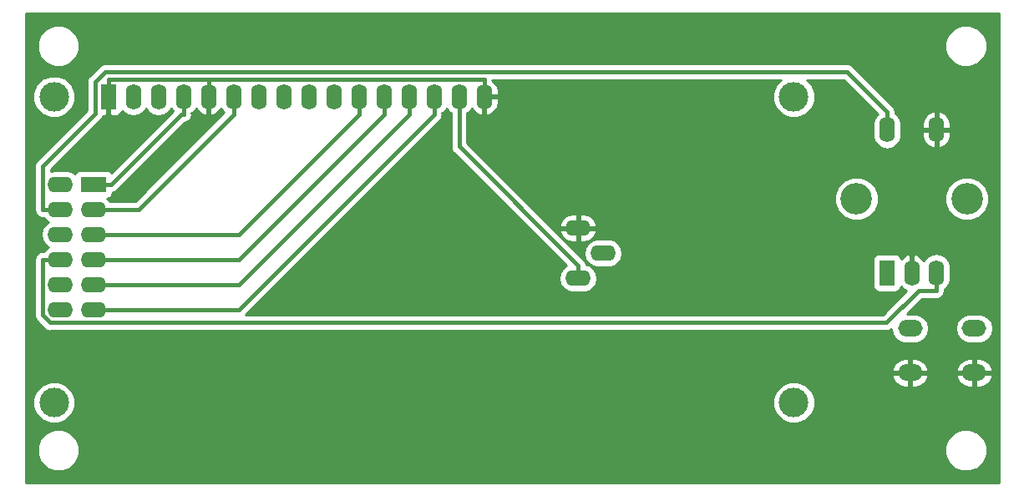
<source format=gbr>
G04 #@! TF.GenerationSoftware,KiCad,Pcbnew,(5.0.1)-rc2*
G04 #@! TF.CreationDate,2020-08-26T14:00:55+08:00*
G04 #@! TF.ProjectId,Peristaltic Pump PCB,506572697374616C7469632050756D70,rev?*
G04 #@! TF.SameCoordinates,PX2ebae40PY9d5b340*
G04 #@! TF.FileFunction,Copper,L2,Bot,Signal*
G04 #@! TF.FilePolarity,Positive*
%FSLAX46Y46*%
G04 Gerber Fmt 4.6, Leading zero omitted, Abs format (unit mm)*
G04 Created by KiCad (PCBNEW (5.0.1)-rc2) date 08/26/20 14:00:55*
%MOMM*%
%LPD*%
G01*
G04 APERTURE LIST*
G04 #@! TA.AperFunction,ComponentPad*
%ADD10R,2.600000X1.600000*%
G04 #@! TD*
G04 #@! TA.AperFunction,ComponentPad*
%ADD11O,2.600000X1.600000*%
G04 #@! TD*
G04 #@! TA.AperFunction,ComponentPad*
%ADD12O,1.600000X2.600000*%
G04 #@! TD*
G04 #@! TA.AperFunction,ComponentPad*
%ADD13C,3.200000*%
G04 #@! TD*
G04 #@! TA.AperFunction,ComponentPad*
%ADD14R,1.600000X2.600000*%
G04 #@! TD*
G04 #@! TA.AperFunction,ComponentPad*
%ADD15O,2.500000X1.700000*%
G04 #@! TD*
G04 #@! TA.AperFunction,ComponentPad*
%ADD16C,3.000000*%
G04 #@! TD*
G04 #@! TA.AperFunction,Conductor*
%ADD17C,0.400000*%
G04 #@! TD*
G04 #@! TA.AperFunction,Conductor*
%ADD18C,0.254000*%
G04 #@! TD*
G04 APERTURE END LIST*
D10*
G04 #@! TO.P,J6,1*
G04 #@! TO.N,/Extension/LCD_RS*
X7550000Y86960000D03*
D11*
G04 #@! TO.P,J6,2*
G04 #@! TO.N,/Extension/SW_RST*
X4210000Y86960000D03*
G04 #@! TO.P,J6,3*
G04 #@! TO.N,/Extension/LCD_EN*
X7550000Y84420000D03*
G04 #@! TO.P,J6,4*
G04 #@! TO.N,/Extension/ENCODER_S1*
X4210000Y84420000D03*
G04 #@! TO.P,J6,5*
G04 #@! TO.N,/Extension/LCD_D4*
X7550000Y81880000D03*
G04 #@! TO.P,J6,6*
G04 #@! TO.N,/Extension/ENCODER_A*
X4210000Y81880000D03*
G04 #@! TO.P,J6,7*
G04 #@! TO.N,/Extension/LCD_D5*
X7550000Y79340000D03*
G04 #@! TO.P,J6,8*
G04 #@! TO.N,/Extension/ENCODER_B*
X4210000Y79340000D03*
G04 #@! TO.P,J6,9*
G04 #@! TO.N,/Extension/LCD_D6*
X7550000Y76800000D03*
G04 #@! TO.P,J6,10*
G04 #@! TO.N,+5VA*
X4210000Y76800000D03*
G04 #@! TO.P,J6,11*
G04 #@! TO.N,/Extension/LCD_D7*
X7550000Y74260000D03*
G04 #@! TO.P,J6,12*
G04 #@! TO.N,GNDA*
X4210000Y74260000D03*
G04 #@! TD*
D12*
G04 #@! TO.P,SW1,S2*
G04 #@! TO.N,GNDA*
X93000000Y92500000D03*
G04 #@! TO.P,SW1,S1*
G04 #@! TO.N,/Extension/ENCODER_S1*
X88000000Y92500000D03*
D13*
G04 #@! TO.P,SW1,MP*
G04 #@! TO.N,N/C*
X96100000Y85500000D03*
X84900000Y85500000D03*
D12*
G04 #@! TO.P,SW1,B*
G04 #@! TO.N,/Extension/ENCODER_B*
X93000000Y78000000D03*
G04 #@! TO.P,SW1,C*
G04 #@! TO.N,GNDA*
X90500000Y78000000D03*
D14*
G04 #@! TO.P,SW1,A*
G04 #@! TO.N,/Extension/ENCODER_A*
X88000000Y78000000D03*
G04 #@! TD*
D11*
G04 #@! TO.P,RV1,3*
G04 #@! TO.N,+5VA*
X56680000Y77435000D03*
G04 #@! TO.P,RV1,2*
G04 #@! TO.N,Net-(DS1-Pad3)*
X59220000Y79975000D03*
G04 #@! TO.P,RV1,1*
G04 #@! TO.N,GNDA*
X56680000Y82515000D03*
G04 #@! TD*
D15*
G04 #@! TO.P,SW2,2*
G04 #@! TO.N,GNDA*
X90335000Y67855000D03*
G04 #@! TO.P,SW2,1*
G04 #@! TO.N,/Extension/SW_RST*
X90335000Y72355000D03*
G04 #@! TO.P,SW2,2*
G04 #@! TO.N,GNDA*
X96835000Y67855000D03*
G04 #@! TO.P,SW2,1*
G04 #@! TO.N,/Extension/SW_RST*
X96835000Y72355000D03*
G04 #@! TD*
D14*
G04 #@! TO.P,DS1,1*
G04 #@! TO.N,GNDA*
X9055000Y95850000D03*
D12*
G04 #@! TO.P,DS1,2*
G04 #@! TO.N,+5VA*
X11595000Y95850000D03*
G04 #@! TO.P,DS1,3*
G04 #@! TO.N,Net-(DS1-Pad3)*
X14135000Y95850000D03*
G04 #@! TO.P,DS1,4*
G04 #@! TO.N,/Extension/LCD_RS*
X16675000Y95850000D03*
G04 #@! TO.P,DS1,5*
G04 #@! TO.N,GNDA*
X19215000Y95850000D03*
G04 #@! TO.P,DS1,6*
G04 #@! TO.N,/Extension/LCD_EN*
X21755000Y95850000D03*
G04 #@! TO.P,DS1,7*
G04 #@! TO.N,N/C*
X24295000Y95850000D03*
G04 #@! TO.P,DS1,8*
X26835000Y95850000D03*
G04 #@! TO.P,DS1,9*
X29375000Y95850000D03*
G04 #@! TO.P,DS1,10*
X31915000Y95850000D03*
G04 #@! TO.P,DS1,11*
G04 #@! TO.N,/Extension/LCD_D4*
X34455000Y95850000D03*
G04 #@! TO.P,DS1,12*
G04 #@! TO.N,/Extension/LCD_D5*
X36995000Y95850000D03*
G04 #@! TO.P,DS1,13*
G04 #@! TO.N,/Extension/LCD_D6*
X39535000Y95850000D03*
G04 #@! TO.P,DS1,14*
G04 #@! TO.N,/Extension/LCD_D7*
X42075000Y95850000D03*
G04 #@! TO.P,DS1,15*
G04 #@! TO.N,+5VA*
X44615000Y95850000D03*
G04 #@! TO.P,DS1,16*
G04 #@! TO.N,GNDA*
X47155000Y95850000D03*
D16*
G04 #@! TO.P,DS1,*
G04 #@! TO.N,*
X3555900Y95850000D03*
X3555900Y64849300D03*
X78554480Y64849300D03*
X78555000Y95850000D03*
G04 #@! TD*
D17*
G04 #@! TO.N,GNDA*
X93000000Y92500000D02*
X93000000Y90699700D01*
X87785300Y82515000D02*
X90500000Y79800300D01*
X56680000Y82515000D02*
X87785300Y82515000D01*
X87785300Y82515000D02*
X87785300Y85485000D01*
X87785300Y85485000D02*
X93000000Y90699700D01*
X90500000Y78000000D02*
X90500000Y79800300D01*
X9055000Y95850000D02*
X9055000Y97650300D01*
X19215000Y97650300D02*
X9055000Y97650300D01*
X19215000Y97475200D02*
X19215000Y97650300D01*
X19215000Y95850000D02*
X19215000Y97475200D01*
X47155000Y95850000D02*
X47155000Y97650300D01*
X47155000Y97650300D02*
X19215000Y97650300D01*
X96835000Y67855000D02*
X90335000Y67855000D01*
G04 #@! TO.N,+5VA*
X56680000Y77435000D02*
X56680000Y78735300D01*
X44615000Y95850000D02*
X44615000Y90800300D01*
X44615000Y90800300D02*
X56680000Y78735300D01*
G04 #@! TO.N,/Extension/LCD_RS*
X7150000Y86960000D02*
X9350300Y86960000D01*
X16675000Y95850000D02*
X16675000Y94049700D01*
X16675000Y94049700D02*
X16440000Y94049700D01*
X16440000Y94049700D02*
X9350300Y86960000D01*
G04 #@! TO.N,/Extension/LCD_EN*
X21755000Y95850000D02*
X21755000Y94049700D01*
X21755000Y94049700D02*
X12125300Y84420000D01*
X12125300Y84420000D02*
X7150000Y84420000D01*
G04 #@! TO.N,/Extension/LCD_D4*
X34455000Y94049700D02*
X22285300Y81880000D01*
X22285300Y81880000D02*
X7150000Y81880000D01*
X34455000Y95850000D02*
X34455000Y94049700D01*
G04 #@! TO.N,/Extension/LCD_D5*
X36995000Y95850000D02*
X36995000Y94049700D01*
X36995000Y94049700D02*
X22285300Y79340000D01*
X22285300Y79340000D02*
X7150000Y79340000D01*
G04 #@! TO.N,/Extension/LCD_D6*
X39535000Y95850000D02*
X39535000Y94049700D01*
X39535000Y94049700D02*
X22285300Y76800000D01*
X22285300Y76800000D02*
X7150000Y76800000D01*
G04 #@! TO.N,/Extension/LCD_D7*
X42075000Y94049700D02*
X22285300Y74260000D01*
X22285300Y74260000D02*
X7150000Y74260000D01*
X42075000Y95850000D02*
X42075000Y94049700D01*
G04 #@! TO.N,/Extension/ENCODER_S1*
X4610000Y84420000D02*
X2409700Y84420000D01*
X88000000Y92500000D02*
X88000000Y94300300D01*
X88000000Y94300300D02*
X83942000Y98358300D01*
X83942000Y98358300D02*
X8735200Y98358300D01*
X8735200Y98358300D02*
X7701700Y97324800D01*
X7701700Y97324800D02*
X7701700Y94108000D01*
X7701700Y94108000D02*
X2409700Y88816000D01*
X2409700Y88816000D02*
X2409700Y84420000D01*
G04 #@! TO.N,/Extension/ENCODER_B*
X4610000Y79340000D02*
X2409700Y79340000D01*
X93000000Y78000000D02*
X93000000Y76199700D01*
X93000000Y76199700D02*
X91199700Y76199700D01*
X91199700Y76199700D02*
X87933100Y72933100D01*
X87933100Y72933100D02*
X3171000Y72933100D01*
X3171000Y72933100D02*
X2409700Y73694400D01*
X2409700Y73694400D02*
X2409700Y79340000D01*
G04 #@! TD*
D18*
G04 #@! TO.N,GNDA*
G36*
X99315000Y56685000D02*
X685000Y56685000D01*
X685000Y60424678D01*
X1865000Y60424678D01*
X1865000Y59575322D01*
X2190034Y58790620D01*
X2790620Y58190034D01*
X3575322Y57865000D01*
X4424678Y57865000D01*
X5209380Y58190034D01*
X5809966Y58790620D01*
X6135000Y59575322D01*
X6135000Y60424678D01*
X93865000Y60424678D01*
X93865000Y59575322D01*
X94190034Y58790620D01*
X94790620Y58190034D01*
X95575322Y57865000D01*
X96424678Y57865000D01*
X97209380Y58190034D01*
X97809966Y58790620D01*
X98135000Y59575322D01*
X98135000Y60424678D01*
X97809966Y61209380D01*
X97209380Y61809966D01*
X96424678Y62135000D01*
X95575322Y62135000D01*
X94790620Y61809966D01*
X94190034Y61209380D01*
X93865000Y60424678D01*
X6135000Y60424678D01*
X5809966Y61209380D01*
X5209380Y61809966D01*
X4424678Y62135000D01*
X3575322Y62135000D01*
X2790620Y61809966D01*
X2190034Y61209380D01*
X1865000Y60424678D01*
X685000Y60424678D01*
X685000Y65273978D01*
X1420900Y65273978D01*
X1420900Y64424622D01*
X1745934Y63639920D01*
X2346520Y63039334D01*
X3131222Y62714300D01*
X3980578Y62714300D01*
X4765280Y63039334D01*
X5365866Y63639920D01*
X5690900Y64424622D01*
X5690900Y65273978D01*
X76419480Y65273978D01*
X76419480Y64424622D01*
X76744514Y63639920D01*
X77345100Y63039334D01*
X78129802Y62714300D01*
X78979158Y62714300D01*
X79763860Y63039334D01*
X80364446Y63639920D01*
X80689480Y64424622D01*
X80689480Y65273978D01*
X80364446Y66058680D01*
X79763860Y66659266D01*
X78979158Y66984300D01*
X78129802Y66984300D01*
X77345100Y66659266D01*
X76744514Y66058680D01*
X76419480Y65273978D01*
X5690900Y65273978D01*
X5365866Y66058680D01*
X4765280Y66659266D01*
X3980578Y66984300D01*
X3131222Y66984300D01*
X2346520Y66659266D01*
X1745934Y66058680D01*
X1420900Y65273978D01*
X685000Y65273978D01*
X685000Y67498110D01*
X88493524Y67498110D01*
X88514438Y67404048D01*
X88795144Y66894749D01*
X89249382Y66531640D01*
X89808000Y66370000D01*
X90208000Y66370000D01*
X90208000Y67728000D01*
X90462000Y67728000D01*
X90462000Y66370000D01*
X90862000Y66370000D01*
X91420618Y66531640D01*
X91874856Y66894749D01*
X92155562Y67404048D01*
X92176476Y67498110D01*
X94993524Y67498110D01*
X95014438Y67404048D01*
X95295144Y66894749D01*
X95749382Y66531640D01*
X96308000Y66370000D01*
X96708000Y66370000D01*
X96708000Y67728000D01*
X96962000Y67728000D01*
X96962000Y66370000D01*
X97362000Y66370000D01*
X97920618Y66531640D01*
X98374856Y66894749D01*
X98655562Y67404048D01*
X98676476Y67498110D01*
X98555155Y67728000D01*
X96962000Y67728000D01*
X96708000Y67728000D01*
X95114845Y67728000D01*
X94993524Y67498110D01*
X92176476Y67498110D01*
X92055155Y67728000D01*
X90462000Y67728000D01*
X90208000Y67728000D01*
X88614845Y67728000D01*
X88493524Y67498110D01*
X685000Y67498110D01*
X685000Y68211890D01*
X88493524Y68211890D01*
X88614845Y67982000D01*
X90208000Y67982000D01*
X90208000Y69340000D01*
X90462000Y69340000D01*
X90462000Y67982000D01*
X92055155Y67982000D01*
X92176476Y68211890D01*
X94993524Y68211890D01*
X95114845Y67982000D01*
X96708000Y67982000D01*
X96708000Y69340000D01*
X96962000Y69340000D01*
X96962000Y67982000D01*
X98555155Y67982000D01*
X98676476Y68211890D01*
X98655562Y68305952D01*
X98374856Y68815251D01*
X97920618Y69178360D01*
X97362000Y69340000D01*
X96962000Y69340000D01*
X96708000Y69340000D01*
X96308000Y69340000D01*
X95749382Y69178360D01*
X95295144Y68815251D01*
X95014438Y68305952D01*
X94993524Y68211890D01*
X92176476Y68211890D01*
X92155562Y68305952D01*
X91874856Y68815251D01*
X91420618Y69178360D01*
X90862000Y69340000D01*
X90462000Y69340000D01*
X90208000Y69340000D01*
X89808000Y69340000D01*
X89249382Y69178360D01*
X88795144Y68815251D01*
X88514438Y68305952D01*
X88493524Y68211890D01*
X685000Y68211890D01*
X685000Y84420000D01*
X1558342Y84420000D01*
X1623148Y84094199D01*
X1807699Y83817999D01*
X2083899Y83633448D01*
X2327463Y83585000D01*
X2409700Y83568642D01*
X2491937Y83585000D01*
X2542070Y83585000D01*
X2675423Y83385423D01*
X3027758Y83150000D01*
X2675423Y82914577D01*
X2358260Y82439909D01*
X2246887Y81880000D01*
X2358260Y81320091D01*
X2675423Y80845423D01*
X3027758Y80610000D01*
X2675423Y80374577D01*
X2542070Y80175000D01*
X2491937Y80175000D01*
X2409700Y80191358D01*
X2327463Y80175000D01*
X2083899Y80126552D01*
X1807699Y79942001D01*
X1623148Y79665801D01*
X1558342Y79340000D01*
X1574701Y79257758D01*
X1574700Y73776633D01*
X1558343Y73694400D01*
X1574700Y73612167D01*
X1574700Y73612164D01*
X1623148Y73368600D01*
X1807699Y73092399D01*
X1877420Y73045813D01*
X2522414Y72400818D01*
X2568999Y72331099D01*
X2845199Y72146548D01*
X3171000Y72081742D01*
X3253237Y72098100D01*
X87850867Y72098100D01*
X87933100Y72081743D01*
X88015333Y72098100D01*
X88015337Y72098100D01*
X88258901Y72146548D01*
X88438501Y72266553D01*
X88536161Y71775582D01*
X88864375Y71284375D01*
X89355582Y70956161D01*
X89788744Y70870000D01*
X90881256Y70870000D01*
X91314418Y70956161D01*
X91805625Y71284375D01*
X92133839Y71775582D01*
X92249092Y72355000D01*
X94920908Y72355000D01*
X95036161Y71775582D01*
X95364375Y71284375D01*
X95855582Y70956161D01*
X96288744Y70870000D01*
X97381256Y70870000D01*
X97814418Y70956161D01*
X98305625Y71284375D01*
X98633839Y71775582D01*
X98749092Y72355000D01*
X98633839Y72934418D01*
X98305625Y73425625D01*
X97814418Y73753839D01*
X97381256Y73840000D01*
X96288744Y73840000D01*
X95855582Y73753839D01*
X95364375Y73425625D01*
X95036161Y72934418D01*
X94920908Y72355000D01*
X92249092Y72355000D01*
X92133839Y72934418D01*
X91805625Y73425625D01*
X91314418Y73753839D01*
X90881256Y73840000D01*
X90020867Y73840000D01*
X91545568Y75364700D01*
X92917763Y75364700D01*
X93000000Y75348342D01*
X93082237Y75364700D01*
X93325801Y75413148D01*
X93602001Y75597699D01*
X93786552Y75873899D01*
X93851358Y76199700D01*
X93835000Y76281937D01*
X93835000Y76332070D01*
X94034577Y76465423D01*
X94351740Y76940091D01*
X94435000Y77358667D01*
X94435000Y78641333D01*
X94351740Y79059909D01*
X94034576Y79534577D01*
X93559908Y79851740D01*
X93000000Y79963113D01*
X92440091Y79851740D01*
X91965423Y79534576D01*
X91745653Y79205667D01*
X91424896Y79604500D01*
X90931819Y79874367D01*
X90849039Y79891904D01*
X90627000Y79769915D01*
X90627000Y78127000D01*
X90647000Y78127000D01*
X90647000Y77873000D01*
X90627000Y77873000D01*
X90627000Y77853000D01*
X90373000Y77853000D01*
X90373000Y77873000D01*
X90353000Y77873000D01*
X90353000Y78127000D01*
X90373000Y78127000D01*
X90373000Y79769915D01*
X90150961Y79891904D01*
X90068181Y79874367D01*
X89575104Y79604500D01*
X89424196Y79416859D01*
X89398157Y79547765D01*
X89257809Y79757809D01*
X89047765Y79898157D01*
X88800000Y79947440D01*
X87200000Y79947440D01*
X86952235Y79898157D01*
X86742191Y79757809D01*
X86601843Y79547765D01*
X86552560Y79300000D01*
X86552560Y76700000D01*
X86601843Y76452235D01*
X86742191Y76242191D01*
X86952235Y76101843D01*
X87200000Y76052560D01*
X88800000Y76052560D01*
X89047765Y76101843D01*
X89257809Y76242191D01*
X89398157Y76452235D01*
X89424196Y76583141D01*
X89575104Y76395500D01*
X89988420Y76169287D01*
X87587233Y73768100D01*
X22974267Y73768100D01*
X42607283Y93401115D01*
X42677001Y93447699D01*
X42861552Y93723899D01*
X42910000Y93967463D01*
X42910000Y93967466D01*
X42926357Y94049699D01*
X42910000Y94131932D01*
X42910000Y94182070D01*
X43109577Y94315423D01*
X43345000Y94667759D01*
X43580424Y94315423D01*
X43780000Y94182070D01*
X43780001Y90882538D01*
X43763643Y90800300D01*
X43828448Y90474500D01*
X43828449Y90474499D01*
X44013000Y90198299D01*
X44082718Y90151715D01*
X55516745Y78717687D01*
X55145423Y78469577D01*
X54828260Y77994909D01*
X54716887Y77435000D01*
X54828260Y76875091D01*
X55145423Y76400423D01*
X55620091Y76083260D01*
X56038667Y76000000D01*
X57321333Y76000000D01*
X57739909Y76083260D01*
X58214577Y76400423D01*
X58531740Y76875091D01*
X58643113Y77435000D01*
X58531740Y77994909D01*
X58214577Y78469577D01*
X57739909Y78786740D01*
X57512113Y78832052D01*
X57466552Y79061100D01*
X57466552Y79061101D01*
X57282001Y79337301D01*
X57212283Y79383885D01*
X56621168Y79975000D01*
X57256887Y79975000D01*
X57368260Y79415091D01*
X57685423Y78940423D01*
X58160091Y78623260D01*
X58578667Y78540000D01*
X59861333Y78540000D01*
X60279909Y78623260D01*
X60754577Y78940423D01*
X61071740Y79415091D01*
X61183113Y79975000D01*
X61071740Y80534909D01*
X60754577Y81009577D01*
X60279909Y81326740D01*
X59861333Y81410000D01*
X58578667Y81410000D01*
X58160091Y81326740D01*
X57685423Y81009577D01*
X57368260Y80534909D01*
X57256887Y79975000D01*
X56621168Y79975000D01*
X54430207Y82165961D01*
X54788096Y82165961D01*
X54805633Y82083181D01*
X55075500Y81590104D01*
X55513517Y81237834D01*
X56053000Y81080000D01*
X56553000Y81080000D01*
X56553000Y82388000D01*
X56807000Y82388000D01*
X56807000Y81080000D01*
X57307000Y81080000D01*
X57846483Y81237834D01*
X58284500Y81590104D01*
X58554367Y82083181D01*
X58571904Y82165961D01*
X58449915Y82388000D01*
X56807000Y82388000D01*
X56553000Y82388000D01*
X54910085Y82388000D01*
X54788096Y82165961D01*
X54430207Y82165961D01*
X53732129Y82864039D01*
X54788096Y82864039D01*
X54910085Y82642000D01*
X56553000Y82642000D01*
X56553000Y83950000D01*
X56807000Y83950000D01*
X56807000Y82642000D01*
X58449915Y82642000D01*
X58571904Y82864039D01*
X58554367Y82946819D01*
X58284500Y83439896D01*
X57846483Y83792166D01*
X57307000Y83950000D01*
X56807000Y83950000D01*
X56553000Y83950000D01*
X56053000Y83950000D01*
X55513517Y83792166D01*
X55075500Y83439896D01*
X54805633Y82946819D01*
X54788096Y82864039D01*
X53732129Y82864039D01*
X50651599Y85944569D01*
X82665000Y85944569D01*
X82665000Y85055431D01*
X83005259Y84233974D01*
X83633974Y83605259D01*
X84455431Y83265000D01*
X85344569Y83265000D01*
X86166026Y83605259D01*
X86794741Y84233974D01*
X87135000Y85055431D01*
X87135000Y85944569D01*
X93865000Y85944569D01*
X93865000Y85055431D01*
X94205259Y84233974D01*
X94833974Y83605259D01*
X95655431Y83265000D01*
X96544569Y83265000D01*
X97366026Y83605259D01*
X97994741Y84233974D01*
X98335000Y85055431D01*
X98335000Y85944569D01*
X97994741Y86766026D01*
X97366026Y87394741D01*
X96544569Y87735000D01*
X95655431Y87735000D01*
X94833974Y87394741D01*
X94205259Y86766026D01*
X93865000Y85944569D01*
X87135000Y85944569D01*
X86794741Y86766026D01*
X86166026Y87394741D01*
X85344569Y87735000D01*
X84455431Y87735000D01*
X83633974Y87394741D01*
X83005259Y86766026D01*
X82665000Y85944569D01*
X50651599Y85944569D01*
X45450000Y91146167D01*
X45450000Y94182070D01*
X45649577Y94315423D01*
X45887499Y94671499D01*
X46230104Y94245500D01*
X46723181Y93975633D01*
X46805961Y93958096D01*
X47028000Y94080085D01*
X47028000Y95723000D01*
X47282000Y95723000D01*
X47282000Y94080085D01*
X47504039Y93958096D01*
X47586819Y93975633D01*
X48079896Y94245500D01*
X48432166Y94683517D01*
X48590000Y95223000D01*
X48590000Y95723000D01*
X47282000Y95723000D01*
X47028000Y95723000D01*
X47008000Y95723000D01*
X47008000Y95977000D01*
X47028000Y95977000D01*
X47028000Y95997000D01*
X47282000Y95997000D01*
X47282000Y95977000D01*
X48590000Y95977000D01*
X48590000Y96477000D01*
X48432166Y97016483D01*
X48079896Y97454500D01*
X47954191Y97523300D01*
X77208954Y97523300D01*
X76745034Y97059380D01*
X76420000Y96274678D01*
X76420000Y95425322D01*
X76745034Y94640620D01*
X77345620Y94040034D01*
X78130322Y93715000D01*
X78979678Y93715000D01*
X79764380Y94040034D01*
X80364966Y94640620D01*
X80690000Y95425322D01*
X80690000Y96274678D01*
X80364966Y97059380D01*
X79901046Y97523300D01*
X83596133Y97523300D01*
X87037018Y94082414D01*
X86965423Y94034576D01*
X86648260Y93559908D01*
X86565000Y93141332D01*
X86565000Y91858667D01*
X86648260Y91440091D01*
X86965424Y90965423D01*
X87440092Y90648260D01*
X88000000Y90536887D01*
X88559909Y90648260D01*
X89034577Y90965423D01*
X89351740Y91440091D01*
X89435000Y91858667D01*
X89435000Y92373000D01*
X91565000Y92373000D01*
X91565000Y91873000D01*
X91722834Y91333517D01*
X92075104Y90895500D01*
X92568181Y90625633D01*
X92650961Y90608096D01*
X92873000Y90730085D01*
X92873000Y92373000D01*
X93127000Y92373000D01*
X93127000Y90730085D01*
X93349039Y90608096D01*
X93431819Y90625633D01*
X93924896Y90895500D01*
X94277166Y91333517D01*
X94435000Y91873000D01*
X94435000Y92373000D01*
X93127000Y92373000D01*
X92873000Y92373000D01*
X91565000Y92373000D01*
X89435000Y92373000D01*
X89435000Y93127000D01*
X91565000Y93127000D01*
X91565000Y92627000D01*
X92873000Y92627000D01*
X92873000Y94269915D01*
X93127000Y94269915D01*
X93127000Y92627000D01*
X94435000Y92627000D01*
X94435000Y93127000D01*
X94277166Y93666483D01*
X93924896Y94104500D01*
X93431819Y94374367D01*
X93349039Y94391904D01*
X93127000Y94269915D01*
X92873000Y94269915D01*
X92650961Y94391904D01*
X92568181Y94374367D01*
X92075104Y94104500D01*
X91722834Y93666483D01*
X91565000Y93127000D01*
X89435000Y93127000D01*
X89435000Y93141333D01*
X89351740Y93559909D01*
X89034576Y94034577D01*
X88835000Y94167929D01*
X88835000Y94218063D01*
X88851358Y94300300D01*
X88786552Y94626100D01*
X88786552Y94626101D01*
X88602001Y94902301D01*
X88532283Y94948885D01*
X84590587Y98890580D01*
X84544001Y98960301D01*
X84267801Y99144852D01*
X84024237Y99193300D01*
X84024233Y99193300D01*
X83942000Y99209657D01*
X83859767Y99193300D01*
X8817437Y99193300D01*
X8735200Y99209658D01*
X8652963Y99193300D01*
X8409399Y99144852D01*
X8133199Y98960301D01*
X8086615Y98890582D01*
X7169420Y97973387D01*
X7099699Y97926801D01*
X6915148Y97650600D01*
X6866700Y97407036D01*
X6866700Y97407033D01*
X6850343Y97324800D01*
X6866700Y97242567D01*
X6866701Y94453869D01*
X1877420Y89464587D01*
X1807699Y89418001D01*
X1623148Y89141800D01*
X1574700Y88898236D01*
X1574700Y88898233D01*
X1558343Y88816000D01*
X1574700Y88733767D01*
X1574701Y84502242D01*
X1558342Y84420000D01*
X685000Y84420000D01*
X685000Y96274678D01*
X1420900Y96274678D01*
X1420900Y95425322D01*
X1745934Y94640620D01*
X2346520Y94040034D01*
X3131222Y93715000D01*
X3980578Y93715000D01*
X4765280Y94040034D01*
X5365866Y94640620D01*
X5690900Y95425322D01*
X5690900Y96274678D01*
X5365866Y97059380D01*
X4765280Y97659966D01*
X3980578Y97985000D01*
X3131222Y97985000D01*
X2346520Y97659966D01*
X1745934Y97059380D01*
X1420900Y96274678D01*
X685000Y96274678D01*
X685000Y101424678D01*
X1865000Y101424678D01*
X1865000Y100575322D01*
X2190034Y99790620D01*
X2790620Y99190034D01*
X3575322Y98865000D01*
X4424678Y98865000D01*
X5209380Y99190034D01*
X5809966Y99790620D01*
X6135000Y100575322D01*
X6135000Y101424678D01*
X93865000Y101424678D01*
X93865000Y100575322D01*
X94190034Y99790620D01*
X94790620Y99190034D01*
X95575322Y98865000D01*
X96424678Y98865000D01*
X97209380Y99190034D01*
X97809966Y99790620D01*
X98135000Y100575322D01*
X98135000Y101424678D01*
X97809966Y102209380D01*
X97209380Y102809966D01*
X96424678Y103135000D01*
X95575322Y103135000D01*
X94790620Y102809966D01*
X94190034Y102209380D01*
X93865000Y101424678D01*
X6135000Y101424678D01*
X5809966Y102209380D01*
X5209380Y102809966D01*
X4424678Y103135000D01*
X3575322Y103135000D01*
X2790620Y102809966D01*
X2190034Y102209380D01*
X1865000Y101424678D01*
X685000Y101424678D01*
X685000Y104315000D01*
X99315001Y104315000D01*
X99315000Y56685000D01*
X99315000Y56685000D01*
G37*
X99315000Y56685000D02*
X685000Y56685000D01*
X685000Y60424678D01*
X1865000Y60424678D01*
X1865000Y59575322D01*
X2190034Y58790620D01*
X2790620Y58190034D01*
X3575322Y57865000D01*
X4424678Y57865000D01*
X5209380Y58190034D01*
X5809966Y58790620D01*
X6135000Y59575322D01*
X6135000Y60424678D01*
X93865000Y60424678D01*
X93865000Y59575322D01*
X94190034Y58790620D01*
X94790620Y58190034D01*
X95575322Y57865000D01*
X96424678Y57865000D01*
X97209380Y58190034D01*
X97809966Y58790620D01*
X98135000Y59575322D01*
X98135000Y60424678D01*
X97809966Y61209380D01*
X97209380Y61809966D01*
X96424678Y62135000D01*
X95575322Y62135000D01*
X94790620Y61809966D01*
X94190034Y61209380D01*
X93865000Y60424678D01*
X6135000Y60424678D01*
X5809966Y61209380D01*
X5209380Y61809966D01*
X4424678Y62135000D01*
X3575322Y62135000D01*
X2790620Y61809966D01*
X2190034Y61209380D01*
X1865000Y60424678D01*
X685000Y60424678D01*
X685000Y65273978D01*
X1420900Y65273978D01*
X1420900Y64424622D01*
X1745934Y63639920D01*
X2346520Y63039334D01*
X3131222Y62714300D01*
X3980578Y62714300D01*
X4765280Y63039334D01*
X5365866Y63639920D01*
X5690900Y64424622D01*
X5690900Y65273978D01*
X76419480Y65273978D01*
X76419480Y64424622D01*
X76744514Y63639920D01*
X77345100Y63039334D01*
X78129802Y62714300D01*
X78979158Y62714300D01*
X79763860Y63039334D01*
X80364446Y63639920D01*
X80689480Y64424622D01*
X80689480Y65273978D01*
X80364446Y66058680D01*
X79763860Y66659266D01*
X78979158Y66984300D01*
X78129802Y66984300D01*
X77345100Y66659266D01*
X76744514Y66058680D01*
X76419480Y65273978D01*
X5690900Y65273978D01*
X5365866Y66058680D01*
X4765280Y66659266D01*
X3980578Y66984300D01*
X3131222Y66984300D01*
X2346520Y66659266D01*
X1745934Y66058680D01*
X1420900Y65273978D01*
X685000Y65273978D01*
X685000Y67498110D01*
X88493524Y67498110D01*
X88514438Y67404048D01*
X88795144Y66894749D01*
X89249382Y66531640D01*
X89808000Y66370000D01*
X90208000Y66370000D01*
X90208000Y67728000D01*
X90462000Y67728000D01*
X90462000Y66370000D01*
X90862000Y66370000D01*
X91420618Y66531640D01*
X91874856Y66894749D01*
X92155562Y67404048D01*
X92176476Y67498110D01*
X94993524Y67498110D01*
X95014438Y67404048D01*
X95295144Y66894749D01*
X95749382Y66531640D01*
X96308000Y66370000D01*
X96708000Y66370000D01*
X96708000Y67728000D01*
X96962000Y67728000D01*
X96962000Y66370000D01*
X97362000Y66370000D01*
X97920618Y66531640D01*
X98374856Y66894749D01*
X98655562Y67404048D01*
X98676476Y67498110D01*
X98555155Y67728000D01*
X96962000Y67728000D01*
X96708000Y67728000D01*
X95114845Y67728000D01*
X94993524Y67498110D01*
X92176476Y67498110D01*
X92055155Y67728000D01*
X90462000Y67728000D01*
X90208000Y67728000D01*
X88614845Y67728000D01*
X88493524Y67498110D01*
X685000Y67498110D01*
X685000Y68211890D01*
X88493524Y68211890D01*
X88614845Y67982000D01*
X90208000Y67982000D01*
X90208000Y69340000D01*
X90462000Y69340000D01*
X90462000Y67982000D01*
X92055155Y67982000D01*
X92176476Y68211890D01*
X94993524Y68211890D01*
X95114845Y67982000D01*
X96708000Y67982000D01*
X96708000Y69340000D01*
X96962000Y69340000D01*
X96962000Y67982000D01*
X98555155Y67982000D01*
X98676476Y68211890D01*
X98655562Y68305952D01*
X98374856Y68815251D01*
X97920618Y69178360D01*
X97362000Y69340000D01*
X96962000Y69340000D01*
X96708000Y69340000D01*
X96308000Y69340000D01*
X95749382Y69178360D01*
X95295144Y68815251D01*
X95014438Y68305952D01*
X94993524Y68211890D01*
X92176476Y68211890D01*
X92155562Y68305952D01*
X91874856Y68815251D01*
X91420618Y69178360D01*
X90862000Y69340000D01*
X90462000Y69340000D01*
X90208000Y69340000D01*
X89808000Y69340000D01*
X89249382Y69178360D01*
X88795144Y68815251D01*
X88514438Y68305952D01*
X88493524Y68211890D01*
X685000Y68211890D01*
X685000Y84420000D01*
X1558342Y84420000D01*
X1623148Y84094199D01*
X1807699Y83817999D01*
X2083899Y83633448D01*
X2327463Y83585000D01*
X2409700Y83568642D01*
X2491937Y83585000D01*
X2542070Y83585000D01*
X2675423Y83385423D01*
X3027758Y83150000D01*
X2675423Y82914577D01*
X2358260Y82439909D01*
X2246887Y81880000D01*
X2358260Y81320091D01*
X2675423Y80845423D01*
X3027758Y80610000D01*
X2675423Y80374577D01*
X2542070Y80175000D01*
X2491937Y80175000D01*
X2409700Y80191358D01*
X2327463Y80175000D01*
X2083899Y80126552D01*
X1807699Y79942001D01*
X1623148Y79665801D01*
X1558342Y79340000D01*
X1574701Y79257758D01*
X1574700Y73776633D01*
X1558343Y73694400D01*
X1574700Y73612167D01*
X1574700Y73612164D01*
X1623148Y73368600D01*
X1807699Y73092399D01*
X1877420Y73045813D01*
X2522414Y72400818D01*
X2568999Y72331099D01*
X2845199Y72146548D01*
X3171000Y72081742D01*
X3253237Y72098100D01*
X87850867Y72098100D01*
X87933100Y72081743D01*
X88015333Y72098100D01*
X88015337Y72098100D01*
X88258901Y72146548D01*
X88438501Y72266553D01*
X88536161Y71775582D01*
X88864375Y71284375D01*
X89355582Y70956161D01*
X89788744Y70870000D01*
X90881256Y70870000D01*
X91314418Y70956161D01*
X91805625Y71284375D01*
X92133839Y71775582D01*
X92249092Y72355000D01*
X94920908Y72355000D01*
X95036161Y71775582D01*
X95364375Y71284375D01*
X95855582Y70956161D01*
X96288744Y70870000D01*
X97381256Y70870000D01*
X97814418Y70956161D01*
X98305625Y71284375D01*
X98633839Y71775582D01*
X98749092Y72355000D01*
X98633839Y72934418D01*
X98305625Y73425625D01*
X97814418Y73753839D01*
X97381256Y73840000D01*
X96288744Y73840000D01*
X95855582Y73753839D01*
X95364375Y73425625D01*
X95036161Y72934418D01*
X94920908Y72355000D01*
X92249092Y72355000D01*
X92133839Y72934418D01*
X91805625Y73425625D01*
X91314418Y73753839D01*
X90881256Y73840000D01*
X90020867Y73840000D01*
X91545568Y75364700D01*
X92917763Y75364700D01*
X93000000Y75348342D01*
X93082237Y75364700D01*
X93325801Y75413148D01*
X93602001Y75597699D01*
X93786552Y75873899D01*
X93851358Y76199700D01*
X93835000Y76281937D01*
X93835000Y76332070D01*
X94034577Y76465423D01*
X94351740Y76940091D01*
X94435000Y77358667D01*
X94435000Y78641333D01*
X94351740Y79059909D01*
X94034576Y79534577D01*
X93559908Y79851740D01*
X93000000Y79963113D01*
X92440091Y79851740D01*
X91965423Y79534576D01*
X91745653Y79205667D01*
X91424896Y79604500D01*
X90931819Y79874367D01*
X90849039Y79891904D01*
X90627000Y79769915D01*
X90627000Y78127000D01*
X90647000Y78127000D01*
X90647000Y77873000D01*
X90627000Y77873000D01*
X90627000Y77853000D01*
X90373000Y77853000D01*
X90373000Y77873000D01*
X90353000Y77873000D01*
X90353000Y78127000D01*
X90373000Y78127000D01*
X90373000Y79769915D01*
X90150961Y79891904D01*
X90068181Y79874367D01*
X89575104Y79604500D01*
X89424196Y79416859D01*
X89398157Y79547765D01*
X89257809Y79757809D01*
X89047765Y79898157D01*
X88800000Y79947440D01*
X87200000Y79947440D01*
X86952235Y79898157D01*
X86742191Y79757809D01*
X86601843Y79547765D01*
X86552560Y79300000D01*
X86552560Y76700000D01*
X86601843Y76452235D01*
X86742191Y76242191D01*
X86952235Y76101843D01*
X87200000Y76052560D01*
X88800000Y76052560D01*
X89047765Y76101843D01*
X89257809Y76242191D01*
X89398157Y76452235D01*
X89424196Y76583141D01*
X89575104Y76395500D01*
X89988420Y76169287D01*
X87587233Y73768100D01*
X22974267Y73768100D01*
X42607283Y93401115D01*
X42677001Y93447699D01*
X42861552Y93723899D01*
X42910000Y93967463D01*
X42910000Y93967466D01*
X42926357Y94049699D01*
X42910000Y94131932D01*
X42910000Y94182070D01*
X43109577Y94315423D01*
X43345000Y94667759D01*
X43580424Y94315423D01*
X43780000Y94182070D01*
X43780001Y90882538D01*
X43763643Y90800300D01*
X43828448Y90474500D01*
X43828449Y90474499D01*
X44013000Y90198299D01*
X44082718Y90151715D01*
X55516745Y78717687D01*
X55145423Y78469577D01*
X54828260Y77994909D01*
X54716887Y77435000D01*
X54828260Y76875091D01*
X55145423Y76400423D01*
X55620091Y76083260D01*
X56038667Y76000000D01*
X57321333Y76000000D01*
X57739909Y76083260D01*
X58214577Y76400423D01*
X58531740Y76875091D01*
X58643113Y77435000D01*
X58531740Y77994909D01*
X58214577Y78469577D01*
X57739909Y78786740D01*
X57512113Y78832052D01*
X57466552Y79061100D01*
X57466552Y79061101D01*
X57282001Y79337301D01*
X57212283Y79383885D01*
X56621168Y79975000D01*
X57256887Y79975000D01*
X57368260Y79415091D01*
X57685423Y78940423D01*
X58160091Y78623260D01*
X58578667Y78540000D01*
X59861333Y78540000D01*
X60279909Y78623260D01*
X60754577Y78940423D01*
X61071740Y79415091D01*
X61183113Y79975000D01*
X61071740Y80534909D01*
X60754577Y81009577D01*
X60279909Y81326740D01*
X59861333Y81410000D01*
X58578667Y81410000D01*
X58160091Y81326740D01*
X57685423Y81009577D01*
X57368260Y80534909D01*
X57256887Y79975000D01*
X56621168Y79975000D01*
X54430207Y82165961D01*
X54788096Y82165961D01*
X54805633Y82083181D01*
X55075500Y81590104D01*
X55513517Y81237834D01*
X56053000Y81080000D01*
X56553000Y81080000D01*
X56553000Y82388000D01*
X56807000Y82388000D01*
X56807000Y81080000D01*
X57307000Y81080000D01*
X57846483Y81237834D01*
X58284500Y81590104D01*
X58554367Y82083181D01*
X58571904Y82165961D01*
X58449915Y82388000D01*
X56807000Y82388000D01*
X56553000Y82388000D01*
X54910085Y82388000D01*
X54788096Y82165961D01*
X54430207Y82165961D01*
X53732129Y82864039D01*
X54788096Y82864039D01*
X54910085Y82642000D01*
X56553000Y82642000D01*
X56553000Y83950000D01*
X56807000Y83950000D01*
X56807000Y82642000D01*
X58449915Y82642000D01*
X58571904Y82864039D01*
X58554367Y82946819D01*
X58284500Y83439896D01*
X57846483Y83792166D01*
X57307000Y83950000D01*
X56807000Y83950000D01*
X56553000Y83950000D01*
X56053000Y83950000D01*
X55513517Y83792166D01*
X55075500Y83439896D01*
X54805633Y82946819D01*
X54788096Y82864039D01*
X53732129Y82864039D01*
X50651599Y85944569D01*
X82665000Y85944569D01*
X82665000Y85055431D01*
X83005259Y84233974D01*
X83633974Y83605259D01*
X84455431Y83265000D01*
X85344569Y83265000D01*
X86166026Y83605259D01*
X86794741Y84233974D01*
X87135000Y85055431D01*
X87135000Y85944569D01*
X93865000Y85944569D01*
X93865000Y85055431D01*
X94205259Y84233974D01*
X94833974Y83605259D01*
X95655431Y83265000D01*
X96544569Y83265000D01*
X97366026Y83605259D01*
X97994741Y84233974D01*
X98335000Y85055431D01*
X98335000Y85944569D01*
X97994741Y86766026D01*
X97366026Y87394741D01*
X96544569Y87735000D01*
X95655431Y87735000D01*
X94833974Y87394741D01*
X94205259Y86766026D01*
X93865000Y85944569D01*
X87135000Y85944569D01*
X86794741Y86766026D01*
X86166026Y87394741D01*
X85344569Y87735000D01*
X84455431Y87735000D01*
X83633974Y87394741D01*
X83005259Y86766026D01*
X82665000Y85944569D01*
X50651599Y85944569D01*
X45450000Y91146167D01*
X45450000Y94182070D01*
X45649577Y94315423D01*
X45887499Y94671499D01*
X46230104Y94245500D01*
X46723181Y93975633D01*
X46805961Y93958096D01*
X47028000Y94080085D01*
X47028000Y95723000D01*
X47282000Y95723000D01*
X47282000Y94080085D01*
X47504039Y93958096D01*
X47586819Y93975633D01*
X48079896Y94245500D01*
X48432166Y94683517D01*
X48590000Y95223000D01*
X48590000Y95723000D01*
X47282000Y95723000D01*
X47028000Y95723000D01*
X47008000Y95723000D01*
X47008000Y95977000D01*
X47028000Y95977000D01*
X47028000Y95997000D01*
X47282000Y95997000D01*
X47282000Y95977000D01*
X48590000Y95977000D01*
X48590000Y96477000D01*
X48432166Y97016483D01*
X48079896Y97454500D01*
X47954191Y97523300D01*
X77208954Y97523300D01*
X76745034Y97059380D01*
X76420000Y96274678D01*
X76420000Y95425322D01*
X76745034Y94640620D01*
X77345620Y94040034D01*
X78130322Y93715000D01*
X78979678Y93715000D01*
X79764380Y94040034D01*
X80364966Y94640620D01*
X80690000Y95425322D01*
X80690000Y96274678D01*
X80364966Y97059380D01*
X79901046Y97523300D01*
X83596133Y97523300D01*
X87037018Y94082414D01*
X86965423Y94034576D01*
X86648260Y93559908D01*
X86565000Y93141332D01*
X86565000Y91858667D01*
X86648260Y91440091D01*
X86965424Y90965423D01*
X87440092Y90648260D01*
X88000000Y90536887D01*
X88559909Y90648260D01*
X89034577Y90965423D01*
X89351740Y91440091D01*
X89435000Y91858667D01*
X89435000Y92373000D01*
X91565000Y92373000D01*
X91565000Y91873000D01*
X91722834Y91333517D01*
X92075104Y90895500D01*
X92568181Y90625633D01*
X92650961Y90608096D01*
X92873000Y90730085D01*
X92873000Y92373000D01*
X93127000Y92373000D01*
X93127000Y90730085D01*
X93349039Y90608096D01*
X93431819Y90625633D01*
X93924896Y90895500D01*
X94277166Y91333517D01*
X94435000Y91873000D01*
X94435000Y92373000D01*
X93127000Y92373000D01*
X92873000Y92373000D01*
X91565000Y92373000D01*
X89435000Y92373000D01*
X89435000Y93127000D01*
X91565000Y93127000D01*
X91565000Y92627000D01*
X92873000Y92627000D01*
X92873000Y94269915D01*
X93127000Y94269915D01*
X93127000Y92627000D01*
X94435000Y92627000D01*
X94435000Y93127000D01*
X94277166Y93666483D01*
X93924896Y94104500D01*
X93431819Y94374367D01*
X93349039Y94391904D01*
X93127000Y94269915D01*
X92873000Y94269915D01*
X92650961Y94391904D01*
X92568181Y94374367D01*
X92075104Y94104500D01*
X91722834Y93666483D01*
X91565000Y93127000D01*
X89435000Y93127000D01*
X89435000Y93141333D01*
X89351740Y93559909D01*
X89034576Y94034577D01*
X88835000Y94167929D01*
X88835000Y94218063D01*
X88851358Y94300300D01*
X88786552Y94626100D01*
X88786552Y94626101D01*
X88602001Y94902301D01*
X88532283Y94948885D01*
X84590587Y98890580D01*
X84544001Y98960301D01*
X84267801Y99144852D01*
X84024237Y99193300D01*
X84024233Y99193300D01*
X83942000Y99209657D01*
X83859767Y99193300D01*
X8817437Y99193300D01*
X8735200Y99209658D01*
X8652963Y99193300D01*
X8409399Y99144852D01*
X8133199Y98960301D01*
X8086615Y98890582D01*
X7169420Y97973387D01*
X7099699Y97926801D01*
X6915148Y97650600D01*
X6866700Y97407036D01*
X6866700Y97407033D01*
X6850343Y97324800D01*
X6866700Y97242567D01*
X6866701Y94453869D01*
X1877420Y89464587D01*
X1807699Y89418001D01*
X1623148Y89141800D01*
X1574700Y88898236D01*
X1574700Y88898233D01*
X1558343Y88816000D01*
X1574700Y88733767D01*
X1574701Y84502242D01*
X1558342Y84420000D01*
X685000Y84420000D01*
X685000Y96274678D01*
X1420900Y96274678D01*
X1420900Y95425322D01*
X1745934Y94640620D01*
X2346520Y94040034D01*
X3131222Y93715000D01*
X3980578Y93715000D01*
X4765280Y94040034D01*
X5365866Y94640620D01*
X5690900Y95425322D01*
X5690900Y96274678D01*
X5365866Y97059380D01*
X4765280Y97659966D01*
X3980578Y97985000D01*
X3131222Y97985000D01*
X2346520Y97659966D01*
X1745934Y97059380D01*
X1420900Y96274678D01*
X685000Y96274678D01*
X685000Y101424678D01*
X1865000Y101424678D01*
X1865000Y100575322D01*
X2190034Y99790620D01*
X2790620Y99190034D01*
X3575322Y98865000D01*
X4424678Y98865000D01*
X5209380Y99190034D01*
X5809966Y99790620D01*
X6135000Y100575322D01*
X6135000Y101424678D01*
X93865000Y101424678D01*
X93865000Y100575322D01*
X94190034Y99790620D01*
X94790620Y99190034D01*
X95575322Y98865000D01*
X96424678Y98865000D01*
X97209380Y99190034D01*
X97809966Y99790620D01*
X98135000Y100575322D01*
X98135000Y101424678D01*
X97809966Y102209380D01*
X97209380Y102809966D01*
X96424678Y103135000D01*
X95575322Y103135000D01*
X94790620Y102809966D01*
X94190034Y102209380D01*
X93865000Y101424678D01*
X6135000Y101424678D01*
X5809966Y102209380D01*
X5209380Y102809966D01*
X4424678Y103135000D01*
X3575322Y103135000D01*
X2790620Y102809966D01*
X2190034Y102209380D01*
X1865000Y101424678D01*
X685000Y101424678D01*
X685000Y104315000D01*
X99315001Y104315000D01*
X99315000Y56685000D01*
G36*
X4337000Y74387000D02*
X4357000Y74387000D01*
X4357000Y74133000D01*
X4337000Y74133000D01*
X4337000Y74113000D01*
X4083000Y74113000D01*
X4083000Y74133000D01*
X4063000Y74133000D01*
X4063000Y74387000D01*
X4083000Y74387000D01*
X4083000Y74407000D01*
X4337000Y74407000D01*
X4337000Y74387000D01*
X4337000Y74387000D01*
G37*
X4337000Y74387000D02*
X4357000Y74387000D01*
X4357000Y74133000D01*
X4337000Y74133000D01*
X4337000Y74113000D01*
X4083000Y74113000D01*
X4083000Y74133000D01*
X4063000Y74133000D01*
X4063000Y74387000D01*
X4083000Y74387000D01*
X4083000Y74407000D01*
X4337000Y74407000D01*
X4337000Y74387000D01*
G36*
X19342000Y95977000D02*
X19362000Y95977000D01*
X19362000Y95723000D01*
X19342000Y95723000D01*
X19342000Y94080085D01*
X19564039Y93958096D01*
X19646819Y93975633D01*
X20139896Y94245500D01*
X20482501Y94671499D01*
X20720424Y94315423D01*
X20792017Y94267586D01*
X11779433Y85255000D01*
X9217930Y85255000D01*
X9084577Y85454577D01*
X8963894Y85535215D01*
X9097765Y85561843D01*
X9307809Y85702191D01*
X9448157Y85912235D01*
X9492865Y86137000D01*
X9676101Y86173448D01*
X9952301Y86357999D01*
X9998887Y86427720D01*
X16792977Y93221809D01*
X17000801Y93263148D01*
X17277001Y93447699D01*
X17461552Y93723899D01*
X17526358Y94049700D01*
X17510000Y94131937D01*
X17510000Y94182070D01*
X17709577Y94315423D01*
X17947499Y94671499D01*
X18290104Y94245500D01*
X18783181Y93975633D01*
X18865961Y93958096D01*
X19088000Y94080085D01*
X19088000Y95723000D01*
X19068000Y95723000D01*
X19068000Y95977000D01*
X19088000Y95977000D01*
X19088000Y95997000D01*
X19342000Y95997000D01*
X19342000Y95977000D01*
X19342000Y95977000D01*
G37*
X19342000Y95977000D02*
X19362000Y95977000D01*
X19362000Y95723000D01*
X19342000Y95723000D01*
X19342000Y94080085D01*
X19564039Y93958096D01*
X19646819Y93975633D01*
X20139896Y94245500D01*
X20482501Y94671499D01*
X20720424Y94315423D01*
X20792017Y94267586D01*
X11779433Y85255000D01*
X9217930Y85255000D01*
X9084577Y85454577D01*
X8963894Y85535215D01*
X9097765Y85561843D01*
X9307809Y85702191D01*
X9448157Y85912235D01*
X9492865Y86137000D01*
X9676101Y86173448D01*
X9952301Y86357999D01*
X9998887Y86427720D01*
X16792977Y93221809D01*
X17000801Y93263148D01*
X17277001Y93447699D01*
X17461552Y93723899D01*
X17526358Y94049700D01*
X17510000Y94131937D01*
X17510000Y94182070D01*
X17709577Y94315423D01*
X17947499Y94671499D01*
X18290104Y94245500D01*
X18783181Y93975633D01*
X18865961Y93958096D01*
X19088000Y94080085D01*
X19088000Y95723000D01*
X19068000Y95723000D01*
X19068000Y95977000D01*
X19088000Y95977000D01*
X19088000Y95997000D01*
X19342000Y95997000D01*
X19342000Y95977000D01*
G36*
X9182000Y95977000D02*
X9202000Y95977000D01*
X9202000Y95723000D01*
X9182000Y95723000D01*
X9182000Y94073750D01*
X9340750Y93915000D01*
X9981309Y93915000D01*
X10214698Y94011673D01*
X10393327Y94190301D01*
X10489266Y94421918D01*
X10560424Y94315423D01*
X11035092Y93998260D01*
X11595000Y93886887D01*
X12154909Y93998260D01*
X12629577Y94315423D01*
X12865000Y94667759D01*
X13100424Y94315423D01*
X13575092Y93998260D01*
X14135000Y93886887D01*
X14694909Y93998260D01*
X15169577Y94315423D01*
X15405000Y94667759D01*
X15594133Y94384701D01*
X9355647Y88146214D01*
X9307809Y88217809D01*
X9097765Y88358157D01*
X8850000Y88407440D01*
X6250000Y88407440D01*
X6002235Y88358157D01*
X5792191Y88217809D01*
X5674374Y88041485D01*
X5269909Y88311740D01*
X4851333Y88395000D01*
X3568667Y88395000D01*
X3244700Y88330559D01*
X3244700Y88470133D01*
X8233983Y93459415D01*
X8303701Y93505999D01*
X8488252Y93782199D01*
X8514668Y93915000D01*
X8769250Y93915000D01*
X8928000Y94073750D01*
X8928000Y95723000D01*
X8908000Y95723000D01*
X8908000Y95977000D01*
X8928000Y95977000D01*
X8928000Y95997000D01*
X9182000Y95997000D01*
X9182000Y95977000D01*
X9182000Y95977000D01*
G37*
X9182000Y95977000D02*
X9202000Y95977000D01*
X9202000Y95723000D01*
X9182000Y95723000D01*
X9182000Y94073750D01*
X9340750Y93915000D01*
X9981309Y93915000D01*
X10214698Y94011673D01*
X10393327Y94190301D01*
X10489266Y94421918D01*
X10560424Y94315423D01*
X11035092Y93998260D01*
X11595000Y93886887D01*
X12154909Y93998260D01*
X12629577Y94315423D01*
X12865000Y94667759D01*
X13100424Y94315423D01*
X13575092Y93998260D01*
X14135000Y93886887D01*
X14694909Y93998260D01*
X15169577Y94315423D01*
X15405000Y94667759D01*
X15594133Y94384701D01*
X9355647Y88146214D01*
X9307809Y88217809D01*
X9097765Y88358157D01*
X8850000Y88407440D01*
X6250000Y88407440D01*
X6002235Y88358157D01*
X5792191Y88217809D01*
X5674374Y88041485D01*
X5269909Y88311740D01*
X4851333Y88395000D01*
X3568667Y88395000D01*
X3244700Y88330559D01*
X3244700Y88470133D01*
X8233983Y93459415D01*
X8303701Y93505999D01*
X8488252Y93782199D01*
X8514668Y93915000D01*
X8769250Y93915000D01*
X8928000Y94073750D01*
X8928000Y95723000D01*
X8908000Y95723000D01*
X8908000Y95977000D01*
X8928000Y95977000D01*
X8928000Y95997000D01*
X9182000Y95997000D01*
X9182000Y95977000D01*
G04 #@! TD*
M02*

</source>
